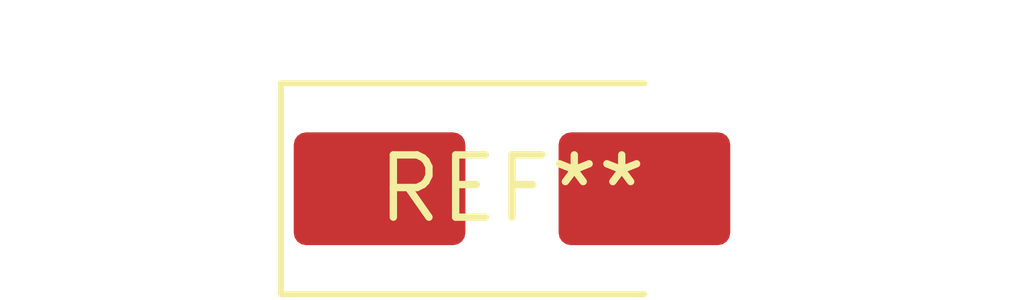
<source format=kicad_pcb>
(kicad_pcb (version 20240108) (generator pcbnew)
  (layers (0 "F.Cu" signal) (31 "B.Cu" signal) (34 "B.Paste" user) (35 "F.Paste" user) (36 "B.SilkS" user "B.Silkscreen") (37 "F.SilkS" user "F.Silkscreen") (38 "B.Mask" user) (39 "F.Mask" user) (44 "Edge.Cuts" user))
  (net 0 "")
  (footprint "D_SMB_Handsoldering" (layer "F.Cu") (at 0 0)
    (property "Reference" "REF**")
    (property "Value" "D_SMB_Handsoldering")
    (fp_line (start -4.71 -2.15) (end -4.71 2.15) (layer "F.SilkS") (stroke (width 0.12)))
    (fp_line (start -4.71 -2.15) (end 2.7 -2.15) (layer "F.SilkS") (stroke (width 0.12)))
    (fp_line (start -4.71 2.15) (end 2.7 2.15) (layer "F.SilkS") (stroke (width 0.12)))
    (pad "1" smd roundrect (at -2.7 0) (size 3.5 2.3) (layers "F.Cu" "F.Paste" "F.Mask") (roundrect_rratio 0.1086956522))
    (pad "2" smd roundrect (at 2.7 0) (size 3.5 2.3) (layers "F.Cu" "F.Paste" "F.Mask") (roundrect_rratio 0.1086956522))
  )
)
</source>
